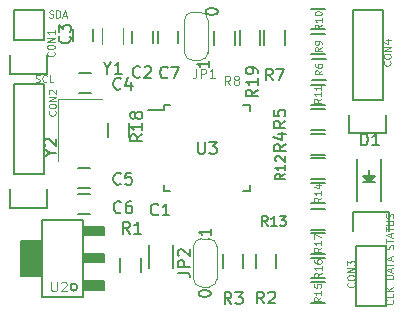
<source format=gbr>
G04 #@! TF.GenerationSoftware,KiCad,Pcbnew,6.0.0-rc1-unknown-1088786~66~ubuntu16.04.1*
G04 #@! TF.CreationDate,2018-12-29T10:22:54+01:00
G04 #@! TF.ProjectId,audi_concert1_chorus1_volume_fix,61756469-5f63-46f6-9e63-657274315f63,rev?*
G04 #@! TF.SameCoordinates,Original*
G04 #@! TF.FileFunction,Legend,Top*
G04 #@! TF.FilePolarity,Positive*
%FSLAX46Y46*%
G04 Gerber Fmt 4.6, Leading zero omitted, Abs format (unit mm)*
G04 Created by KiCad (PCBNEW 6.0.0-rc1-unknown-1088786~66~ubuntu16.04.1) date So 29. december 2018, 10:22:54 CET*
%MOMM*%
%LPD*%
G04 APERTURE LIST*
%ADD10C,0.100000*%
%ADD11C,0.150000*%
%ADD12C,0.120000*%
%ADD13C,0.127000*%
%ADD14C,0.125000*%
%ADD15C,0.200000*%
%ADD16C,0.076200*%
G04 APERTURE END LIST*
D10*
X196429285Y-118874742D02*
X196457857Y-118903314D01*
X196486428Y-118989028D01*
X196486428Y-119046171D01*
X196457857Y-119131885D01*
X196400714Y-119189028D01*
X196343571Y-119217600D01*
X196229285Y-119246171D01*
X196143571Y-119246171D01*
X196029285Y-119217600D01*
X195972142Y-119189028D01*
X195915000Y-119131885D01*
X195886428Y-119046171D01*
X195886428Y-118989028D01*
X195915000Y-118903314D01*
X195943571Y-118874742D01*
X196486428Y-118331885D02*
X196486428Y-118617600D01*
X195886428Y-118617600D01*
X196486428Y-118131885D02*
X195886428Y-118131885D01*
X196486428Y-117789028D02*
X196143571Y-118046171D01*
X195886428Y-117789028D02*
X196229285Y-118131885D01*
X196486428Y-117074742D02*
X195886428Y-117074742D01*
X195886428Y-116931885D01*
X195915000Y-116846171D01*
X195972142Y-116789028D01*
X196029285Y-116760457D01*
X196143571Y-116731885D01*
X196229285Y-116731885D01*
X196343571Y-116760457D01*
X196400714Y-116789028D01*
X196457857Y-116846171D01*
X196486428Y-116931885D01*
X196486428Y-117074742D01*
X196315000Y-116503314D02*
X196315000Y-116217600D01*
X196486428Y-116560457D02*
X195886428Y-116360457D01*
X196486428Y-116160457D01*
X195886428Y-116046171D02*
X195886428Y-115703314D01*
X196486428Y-115874742D02*
X195886428Y-115874742D01*
X196315000Y-115531885D02*
X196315000Y-115246171D01*
X196486428Y-115589028D02*
X195886428Y-115389028D01*
X196486428Y-115189028D01*
X196457857Y-114560457D02*
X196486428Y-114474742D01*
X196486428Y-114331885D01*
X196457857Y-114274742D01*
X196429285Y-114246171D01*
X196372142Y-114217600D01*
X196315000Y-114217600D01*
X196257857Y-114246171D01*
X196229285Y-114274742D01*
X196200714Y-114331885D01*
X196172142Y-114446171D01*
X196143571Y-114503314D01*
X196115000Y-114531885D01*
X196057857Y-114560457D01*
X196000714Y-114560457D01*
X195943571Y-114531885D01*
X195915000Y-114503314D01*
X195886428Y-114446171D01*
X195886428Y-114303314D01*
X195915000Y-114217600D01*
X195886428Y-114046171D02*
X195886428Y-113703314D01*
X196486428Y-113874742D02*
X195886428Y-113874742D01*
X196315000Y-113531885D02*
X196315000Y-113246171D01*
X196486428Y-113589028D02*
X195886428Y-113389028D01*
X196486428Y-113189028D01*
X195886428Y-113074742D02*
X195886428Y-112731885D01*
X196486428Y-112903314D02*
X195886428Y-112903314D01*
X195886428Y-112531885D02*
X196372142Y-112531885D01*
X196429285Y-112503314D01*
X196457857Y-112474742D01*
X196486428Y-112417600D01*
X196486428Y-112303314D01*
X196457857Y-112246171D01*
X196429285Y-112217600D01*
X196372142Y-112189028D01*
X195886428Y-112189028D01*
X196457857Y-111931885D02*
X196486428Y-111846171D01*
X196486428Y-111703314D01*
X196457857Y-111646171D01*
X196429285Y-111617600D01*
X196372142Y-111589028D01*
X196315000Y-111589028D01*
X196257857Y-111617600D01*
X196229285Y-111646171D01*
X196200714Y-111703314D01*
X196172142Y-111817600D01*
X196143571Y-111874742D01*
X196115000Y-111903314D01*
X196057857Y-111931885D01*
X196000714Y-111931885D01*
X195943571Y-111903314D01*
X195915000Y-111874742D01*
X195886428Y-111817600D01*
X195886428Y-111674742D01*
X195915000Y-111589028D01*
X167368628Y-94934057D02*
X167454342Y-94962628D01*
X167597200Y-94962628D01*
X167654342Y-94934057D01*
X167682914Y-94905485D01*
X167711485Y-94848342D01*
X167711485Y-94791200D01*
X167682914Y-94734057D01*
X167654342Y-94705485D01*
X167597200Y-94676914D01*
X167482914Y-94648342D01*
X167425771Y-94619771D01*
X167397200Y-94591200D01*
X167368628Y-94534057D01*
X167368628Y-94476914D01*
X167397200Y-94419771D01*
X167425771Y-94391200D01*
X167482914Y-94362628D01*
X167625771Y-94362628D01*
X167711485Y-94391200D01*
X167968628Y-94962628D02*
X167968628Y-94362628D01*
X168111485Y-94362628D01*
X168197200Y-94391200D01*
X168254342Y-94448342D01*
X168282914Y-94505485D01*
X168311485Y-94619771D01*
X168311485Y-94705485D01*
X168282914Y-94819771D01*
X168254342Y-94876914D01*
X168197200Y-94934057D01*
X168111485Y-94962628D01*
X167968628Y-94962628D01*
X168540057Y-94791200D02*
X168825771Y-94791200D01*
X168482914Y-94962628D02*
X168682914Y-94362628D01*
X168882914Y-94962628D01*
X166214514Y-100395057D02*
X166300228Y-100423628D01*
X166443085Y-100423628D01*
X166500228Y-100395057D01*
X166528800Y-100366485D01*
X166557371Y-100309342D01*
X166557371Y-100252200D01*
X166528800Y-100195057D01*
X166500228Y-100166485D01*
X166443085Y-100137914D01*
X166328800Y-100109342D01*
X166271657Y-100080771D01*
X166243085Y-100052200D01*
X166214514Y-99995057D01*
X166214514Y-99937914D01*
X166243085Y-99880771D01*
X166271657Y-99852200D01*
X166328800Y-99823628D01*
X166471657Y-99823628D01*
X166557371Y-99852200D01*
X167157371Y-100366485D02*
X167128800Y-100395057D01*
X167043085Y-100423628D01*
X166985942Y-100423628D01*
X166900228Y-100395057D01*
X166843085Y-100337914D01*
X166814514Y-100280771D01*
X166785942Y-100166485D01*
X166785942Y-100080771D01*
X166814514Y-99966485D01*
X166843085Y-99909342D01*
X166900228Y-99852200D01*
X166985942Y-99823628D01*
X167043085Y-99823628D01*
X167128800Y-99852200D01*
X167157371Y-99880771D01*
X167700228Y-100423628D02*
X167414514Y-100423628D01*
X167414514Y-99823628D01*
D11*
X189515200Y-108954600D02*
X190715200Y-108954600D01*
X190715200Y-110704600D02*
X189515200Y-110704600D01*
X177083300Y-102831900D02*
X175708300Y-102831900D01*
X184333300Y-102381900D02*
X183808300Y-102381900D01*
X184333300Y-109631900D02*
X183808300Y-109631900D01*
X177083300Y-109631900D02*
X177608300Y-109631900D01*
X177083300Y-102381900D02*
X177608300Y-102381900D01*
X177083300Y-109631900D02*
X177083300Y-109106900D01*
X184333300Y-109631900D02*
X184333300Y-109106900D01*
X184333300Y-102381900D02*
X184333300Y-102906900D01*
X177083300Y-102381900D02*
X177083300Y-102831900D01*
X195487000Y-110531800D02*
X195487000Y-106931800D01*
X193387000Y-110531800D02*
X193387000Y-106931800D01*
X194137000Y-108481800D02*
X194737000Y-108481800D01*
X194737000Y-108481800D02*
X194437000Y-108781800D01*
X194437000Y-108781800D02*
X194237000Y-108581800D01*
X194237000Y-108581800D02*
X194487000Y-108581800D01*
X194487000Y-108581800D02*
X194437000Y-108631800D01*
X193937000Y-108881800D02*
X194937000Y-108881800D01*
X194437000Y-108381800D02*
X194437000Y-107881800D01*
X194437000Y-108881800D02*
X193937000Y-108381800D01*
X193937000Y-108381800D02*
X194937000Y-108381800D01*
X194937000Y-108381800D02*
X194437000Y-108881800D01*
X177859800Y-116189000D02*
X177859800Y-114189000D01*
X175809800Y-114189000D02*
X175809800Y-116189000D01*
X175144400Y-115300200D02*
X175144400Y-116500200D01*
X173394400Y-116500200D02*
X173394400Y-115300200D01*
X186599800Y-114995400D02*
X186599800Y-116195400D01*
X184849800Y-116195400D02*
X184849800Y-114995400D01*
X182055800Y-116199200D02*
X182055800Y-114999200D01*
X183805800Y-114999200D02*
X183805800Y-116199200D01*
X189515200Y-104814400D02*
X190715200Y-104814400D01*
X190715200Y-106564400D02*
X189515200Y-106564400D01*
X189493600Y-102731600D02*
X190693600Y-102731600D01*
X190693600Y-104481600D02*
X189493600Y-104481600D01*
X190769800Y-100214400D02*
X189569800Y-100214400D01*
X189569800Y-98464400D02*
X190769800Y-98464400D01*
X187336400Y-96050800D02*
X187336400Y-97250800D01*
X185586400Y-97250800D02*
X185586400Y-96050800D01*
X181344600Y-97272400D02*
X181344600Y-96072400D01*
X183094600Y-96072400D02*
X183094600Y-97272400D01*
X189553280Y-96325720D02*
X190753280Y-96325720D01*
X190753280Y-98075720D02*
X189553280Y-98075720D01*
X189538040Y-94212440D02*
X190738040Y-94212440D01*
X190738040Y-95962440D02*
X189538040Y-95962440D01*
X190693600Y-102398800D02*
X189493600Y-102398800D01*
X189493600Y-100648800D02*
X190693600Y-100648800D01*
X174410000Y-96127000D02*
X174410000Y-97127000D01*
X176110000Y-97127000D02*
X176110000Y-96127000D01*
X169370640Y-95928880D02*
X169370640Y-96928880D01*
X171070640Y-96928880D02*
X171070640Y-95928880D01*
X170875900Y-99632400D02*
X169875900Y-99632400D01*
X169875900Y-101332400D02*
X170875900Y-101332400D01*
X170827000Y-107671500D02*
X169827000Y-107671500D01*
X169827000Y-109371500D02*
X170827000Y-109371500D01*
X169832400Y-111594000D02*
X170832400Y-111594000D01*
X170832400Y-109894000D02*
X169832400Y-109894000D01*
X176607100Y-96121600D02*
X176607100Y-97121600D01*
X178307100Y-97121600D02*
X178307100Y-96121600D01*
X164363400Y-96901000D02*
X164363400Y-94361000D01*
X164083400Y-99721000D02*
X164083400Y-98171000D01*
X164363400Y-96901000D02*
X166903400Y-96901000D01*
X167183400Y-98171000D02*
X167183400Y-99721000D01*
X167183400Y-99721000D02*
X164083400Y-99721000D01*
X166903400Y-96901000D02*
X166903400Y-94361000D01*
X166903400Y-94361000D02*
X164363400Y-94361000D01*
X166903400Y-108229400D02*
X166903400Y-100609400D01*
X164363400Y-108229400D02*
X164363400Y-100609400D01*
X164083400Y-111049400D02*
X164083400Y-109499400D01*
X166903400Y-100609400D02*
X164363400Y-100609400D01*
X164363400Y-108229400D02*
X166903400Y-108229400D01*
X167183400Y-109499400D02*
X167183400Y-111049400D01*
X167183400Y-111049400D02*
X164083400Y-111049400D01*
X193344800Y-114274600D02*
X193344800Y-119354600D01*
X193344800Y-119354600D02*
X195884800Y-119354600D01*
X195884800Y-119354600D02*
X195884800Y-114274600D01*
X196164800Y-111454600D02*
X196164800Y-113004600D01*
X195884800Y-114274600D02*
X193344800Y-114274600D01*
X193064800Y-113004600D02*
X193064800Y-111454600D01*
X193064800Y-111454600D02*
X196164800Y-111454600D01*
X195885400Y-104750200D02*
X192785400Y-104750200D01*
X195885400Y-103200200D02*
X195885400Y-104750200D01*
X193065400Y-101930200D02*
X195605400Y-101930200D01*
X195605400Y-94310200D02*
X193065400Y-94310200D01*
X192785400Y-104750200D02*
X192785400Y-103200200D01*
X193065400Y-101930200D02*
X193065400Y-94310200D01*
X195605400Y-101930200D02*
X195605400Y-94310200D01*
D12*
X180106600Y-94495400D02*
G75*
G02X180806600Y-95195400I0J-700000D01*
G01*
X178806600Y-95195400D02*
G75*
G02X179506600Y-94495400I700000J0D01*
G01*
X179506600Y-98595400D02*
G75*
G02X178806600Y-97895400I0J700000D01*
G01*
X180806600Y-97895400D02*
G75*
G02X180106600Y-98595400I-700000J0D01*
G01*
X180806600Y-95145400D02*
X180806600Y-97945400D01*
X180106600Y-98595400D02*
X179506600Y-98595400D01*
X178806600Y-97945400D02*
X178806600Y-95145400D01*
X179506600Y-94495400D02*
X180106600Y-94495400D01*
X180268600Y-117772400D02*
G75*
G02X179568600Y-117072400I0J700000D01*
G01*
X181568600Y-117072400D02*
G75*
G02X180868600Y-117772400I-700000J0D01*
G01*
X180868600Y-113672400D02*
G75*
G02X181568600Y-114372400I0J-700000D01*
G01*
X179568600Y-114372400D02*
G75*
G02X180268600Y-113672400I700000J0D01*
G01*
X179568600Y-117122400D02*
X179568600Y-114322400D01*
X180268600Y-113672400D02*
X180868600Y-113672400D01*
X181568600Y-114322400D02*
X181568600Y-117122400D01*
X180868600Y-117772400D02*
X180268600Y-117772400D01*
D11*
X189515200Y-106897200D02*
X190715200Y-106897200D01*
X190715200Y-108647200D02*
X189515200Y-108647200D01*
X189497400Y-111164400D02*
X190697400Y-111164400D01*
X190697400Y-112914400D02*
X189497400Y-112914400D01*
X189493600Y-117387400D02*
X190693600Y-117387400D01*
X190693600Y-119137400D02*
X189493600Y-119137400D01*
X190693600Y-117054600D02*
X189493600Y-117054600D01*
X189493600Y-115304600D02*
X190693600Y-115304600D01*
X189497400Y-113221800D02*
X190697400Y-113221800D01*
X190697400Y-114971800D02*
X189497400Y-114971800D01*
X174103000Y-103891800D02*
X174103000Y-105091800D01*
X172353000Y-105091800D02*
X172353000Y-103891800D01*
D12*
X173582300Y-95888500D02*
X173582300Y-97238500D01*
X171832300Y-95888500D02*
X171832300Y-97238500D01*
X168110800Y-101821200D02*
X168110800Y-107121200D01*
X171810800Y-101821200D02*
X168110800Y-101821200D01*
D11*
X183478200Y-97247000D02*
X183478200Y-96047000D01*
X185228200Y-96047000D02*
X185228200Y-97247000D01*
D13*
X165553600Y-114341400D02*
X166253600Y-114341400D01*
X166253600Y-114341400D02*
X166253600Y-116341400D01*
X166253600Y-116341400D02*
X165603600Y-116341400D01*
X165603600Y-116341400D02*
X165603600Y-114441400D01*
X165603600Y-114441400D02*
X166153600Y-114441400D01*
X166153600Y-114441400D02*
X166153600Y-116241400D01*
X166153600Y-116241400D02*
X165703600Y-116241400D01*
X165703600Y-116241400D02*
X165703600Y-114541400D01*
X165703600Y-114541400D02*
X166053600Y-114541400D01*
X166053600Y-114541400D02*
X166053600Y-116141400D01*
X166053600Y-116141400D02*
X165803600Y-116141400D01*
X165803600Y-116141400D02*
X165803600Y-114641400D01*
X165803600Y-114641400D02*
X165953600Y-114641400D01*
X165953600Y-114641400D02*
X165953600Y-116041400D01*
X165953600Y-116041400D02*
X165903600Y-116041400D01*
X165903600Y-116041400D02*
X165903600Y-114741400D01*
X165103600Y-116741400D02*
X165103600Y-113941400D01*
X165103600Y-113941400D02*
X166653600Y-113941400D01*
X166653600Y-113941400D02*
X166653600Y-116741400D01*
X166653600Y-116741400D02*
X165203600Y-116741400D01*
X165203600Y-116741400D02*
X165203600Y-114041400D01*
X165203600Y-114041400D02*
X166553600Y-114041400D01*
X166553600Y-114041400D02*
X166553600Y-116641400D01*
X166553600Y-116641400D02*
X165303600Y-116641400D01*
X165303600Y-116641400D02*
X165303600Y-114141400D01*
X165303600Y-114141400D02*
X166453600Y-114141400D01*
X166453600Y-114141400D02*
X166453600Y-116541400D01*
X166453600Y-116541400D02*
X165403600Y-116541400D01*
X165403600Y-116541400D02*
X165403600Y-114241400D01*
X165403600Y-114241400D02*
X166353600Y-114241400D01*
X166353600Y-114241400D02*
X166353600Y-116441400D01*
X166353600Y-116441400D02*
X165503600Y-116441400D01*
X165503600Y-116441400D02*
X165503600Y-114341400D01*
X170353600Y-113291400D02*
X170353600Y-112791400D01*
X170353600Y-112791400D02*
X171903600Y-112791400D01*
X171903600Y-112791400D02*
X171903600Y-113291400D01*
X171903600Y-113291400D02*
X170453600Y-113291400D01*
X170453600Y-113291400D02*
X170453600Y-112891400D01*
X170453600Y-112891400D02*
X171803600Y-112891400D01*
X171803600Y-112891400D02*
X171803600Y-113191400D01*
X171803600Y-113191400D02*
X170553600Y-113191400D01*
X170553600Y-113191400D02*
X170553600Y-112991400D01*
X170553600Y-112991400D02*
X171703600Y-112991400D01*
X171703600Y-112991400D02*
X171703600Y-113091400D01*
X171703600Y-113091400D02*
X170653600Y-113091400D01*
X170353600Y-115591400D02*
X170353600Y-115091400D01*
X170353600Y-115091400D02*
X171903600Y-115091400D01*
X171903600Y-115091400D02*
X171903600Y-115591400D01*
X171903600Y-115591400D02*
X170453600Y-115591400D01*
X170453600Y-115591400D02*
X170453600Y-115191400D01*
X170453600Y-115191400D02*
X171803600Y-115191400D01*
X171803600Y-115191400D02*
X171803600Y-115491400D01*
X171803600Y-115491400D02*
X170553600Y-115491400D01*
X170553600Y-115491400D02*
X170553600Y-115291400D01*
X170553600Y-115291400D02*
X171703600Y-115291400D01*
X171703600Y-115291400D02*
X171703600Y-115391400D01*
X171703600Y-115391400D02*
X170653600Y-115391400D01*
X170353600Y-117891400D02*
X170353600Y-117391400D01*
X170353600Y-117391400D02*
X171903600Y-117391400D01*
X171903600Y-117391400D02*
X171903600Y-117891400D01*
X171903600Y-117891400D02*
X170453600Y-117891400D01*
X170453600Y-117891400D02*
X170453600Y-117491400D01*
X170453600Y-117491400D02*
X171803600Y-117491400D01*
X171803600Y-117491400D02*
X171803600Y-117791400D01*
X171803600Y-117791400D02*
X170553600Y-117791400D01*
X170553600Y-117791400D02*
X170553600Y-117591400D01*
X170553600Y-117591400D02*
X171703600Y-117591400D01*
X171703600Y-117591400D02*
X171703600Y-117691400D01*
X171703600Y-117691400D02*
X170653600Y-117691400D01*
X172003600Y-117291400D02*
X170253600Y-117291400D01*
X172003600Y-117991400D02*
X172003600Y-117291400D01*
X170253600Y-117991400D02*
X172003600Y-117991400D01*
X172003600Y-112691400D02*
X170253600Y-112691400D01*
X172003600Y-113391400D02*
X172003600Y-112691400D01*
X170253600Y-113391400D02*
X172003600Y-113391400D01*
X170253600Y-115691400D02*
X172003600Y-115691400D01*
X172003600Y-115691400D02*
X172003600Y-114991400D01*
X172003600Y-114991400D02*
X170253600Y-114991400D01*
X166753600Y-113841400D02*
X165003600Y-113841400D01*
X165003600Y-113841400D02*
X165003600Y-116841400D01*
X165003600Y-116841400D02*
X166753600Y-116841400D01*
X169753600Y-117791400D02*
G75*
G03X169753600Y-117791400I-300000J0D01*
G01*
X166753600Y-118591400D02*
X166753600Y-112091400D01*
X166753600Y-112091400D02*
X170253600Y-112091400D01*
X170253600Y-112091400D02*
X170253600Y-118591400D01*
X170253600Y-118591400D02*
X166753600Y-118591400D01*
D10*
X190390428Y-110215314D02*
X190104714Y-110415314D01*
X190390428Y-110558171D02*
X189790428Y-110558171D01*
X189790428Y-110329600D01*
X189819000Y-110272457D01*
X189847571Y-110243885D01*
X189904714Y-110215314D01*
X189990428Y-110215314D01*
X190047571Y-110243885D01*
X190076142Y-110272457D01*
X190104714Y-110329600D01*
X190104714Y-110558171D01*
X190390428Y-109643885D02*
X190390428Y-109986742D01*
X190390428Y-109815314D02*
X189790428Y-109815314D01*
X189876142Y-109872457D01*
X189933285Y-109929600D01*
X189961857Y-109986742D01*
X189990428Y-109129600D02*
X190390428Y-109129600D01*
X189761857Y-109272457D02*
X190190428Y-109415314D01*
X190190428Y-109043885D01*
D11*
X179959095Y-105497380D02*
X179959095Y-106306904D01*
X180006714Y-106402142D01*
X180054333Y-106449761D01*
X180149571Y-106497380D01*
X180340047Y-106497380D01*
X180435285Y-106449761D01*
X180482904Y-106402142D01*
X180530523Y-106306904D01*
X180530523Y-105497380D01*
X180911476Y-105497380D02*
X181530523Y-105497380D01*
X181197190Y-105878333D01*
X181340047Y-105878333D01*
X181435285Y-105925952D01*
X181482904Y-105973571D01*
X181530523Y-106068809D01*
X181530523Y-106306904D01*
X181482904Y-106402142D01*
X181435285Y-106449761D01*
X181340047Y-106497380D01*
X181054333Y-106497380D01*
X180959095Y-106449761D01*
X180911476Y-106402142D01*
X193775104Y-105786180D02*
X193775104Y-104786180D01*
X194013200Y-104786180D01*
X194156057Y-104833800D01*
X194251295Y-104929038D01*
X194298914Y-105024276D01*
X194346533Y-105214752D01*
X194346533Y-105357609D01*
X194298914Y-105548085D01*
X194251295Y-105643323D01*
X194156057Y-105738561D01*
X194013200Y-105786180D01*
X193775104Y-105786180D01*
X195298914Y-105786180D02*
X194727485Y-105786180D01*
X195013200Y-105786180D02*
X195013200Y-104786180D01*
X194917961Y-104929038D01*
X194822723Y-105024276D01*
X194727485Y-105071895D01*
X176591933Y-111628442D02*
X176544314Y-111676061D01*
X176401457Y-111723680D01*
X176306219Y-111723680D01*
X176163361Y-111676061D01*
X176068123Y-111580823D01*
X176020504Y-111485585D01*
X175972885Y-111295109D01*
X175972885Y-111152252D01*
X176020504Y-110961776D01*
X176068123Y-110866538D01*
X176163361Y-110771300D01*
X176306219Y-110723680D01*
X176401457Y-110723680D01*
X176544314Y-110771300D01*
X176591933Y-110818919D01*
X177544314Y-111723680D02*
X176972885Y-111723680D01*
X177258600Y-111723680D02*
X177258600Y-110723680D01*
X177163361Y-110866538D01*
X177068123Y-110961776D01*
X176972885Y-111009395D01*
X174191633Y-113249980D02*
X173858300Y-112773790D01*
X173620204Y-113249980D02*
X173620204Y-112249980D01*
X174001157Y-112249980D01*
X174096395Y-112297600D01*
X174144014Y-112345219D01*
X174191633Y-112440457D01*
X174191633Y-112583314D01*
X174144014Y-112678552D01*
X174096395Y-112726171D01*
X174001157Y-112773790D01*
X173620204Y-112773790D01*
X175144014Y-113249980D02*
X174572585Y-113249980D01*
X174858300Y-113249980D02*
X174858300Y-112249980D01*
X174763061Y-112392838D01*
X174667823Y-112488076D01*
X174572585Y-112535695D01*
X185532733Y-119171980D02*
X185199400Y-118695790D01*
X184961304Y-119171980D02*
X184961304Y-118171980D01*
X185342257Y-118171980D01*
X185437495Y-118219600D01*
X185485114Y-118267219D01*
X185532733Y-118362457D01*
X185532733Y-118505314D01*
X185485114Y-118600552D01*
X185437495Y-118648171D01*
X185342257Y-118695790D01*
X184961304Y-118695790D01*
X185913685Y-118267219D02*
X185961304Y-118219600D01*
X186056542Y-118171980D01*
X186294638Y-118171980D01*
X186389876Y-118219600D01*
X186437495Y-118267219D01*
X186485114Y-118362457D01*
X186485114Y-118457695D01*
X186437495Y-118600552D01*
X185866066Y-119171980D01*
X186485114Y-119171980D01*
X182776833Y-119210080D02*
X182443500Y-118733890D01*
X182205404Y-119210080D02*
X182205404Y-118210080D01*
X182586357Y-118210080D01*
X182681595Y-118257700D01*
X182729214Y-118305319D01*
X182776833Y-118400557D01*
X182776833Y-118543414D01*
X182729214Y-118638652D01*
X182681595Y-118686271D01*
X182586357Y-118733890D01*
X182205404Y-118733890D01*
X183110166Y-118210080D02*
X183729214Y-118210080D01*
X183395880Y-118591033D01*
X183538738Y-118591033D01*
X183633976Y-118638652D01*
X183681595Y-118686271D01*
X183729214Y-118781509D01*
X183729214Y-119019604D01*
X183681595Y-119114842D01*
X183633976Y-119162461D01*
X183538738Y-119210080D01*
X183253023Y-119210080D01*
X183157785Y-119162461D01*
X183110166Y-119114842D01*
X187396380Y-105688426D02*
X186920190Y-106021760D01*
X187396380Y-106259855D02*
X186396380Y-106259855D01*
X186396380Y-105878902D01*
X186444000Y-105783664D01*
X186491619Y-105736045D01*
X186586857Y-105688426D01*
X186729714Y-105688426D01*
X186824952Y-105736045D01*
X186872571Y-105783664D01*
X186920190Y-105878902D01*
X186920190Y-106259855D01*
X186729714Y-104831283D02*
X187396380Y-104831283D01*
X186348761Y-105069379D02*
X187063047Y-105307474D01*
X187063047Y-104688426D01*
X187354460Y-103702146D02*
X186878270Y-104035480D01*
X187354460Y-104273575D02*
X186354460Y-104273575D01*
X186354460Y-103892622D01*
X186402080Y-103797384D01*
X186449699Y-103749765D01*
X186544937Y-103702146D01*
X186687794Y-103702146D01*
X186783032Y-103749765D01*
X186830651Y-103797384D01*
X186878270Y-103892622D01*
X186878270Y-104273575D01*
X186354460Y-102797384D02*
X186354460Y-103273575D01*
X186830651Y-103321194D01*
X186783032Y-103273575D01*
X186735413Y-103178337D01*
X186735413Y-102940241D01*
X186783032Y-102845003D01*
X186830651Y-102797384D01*
X186925889Y-102749765D01*
X187163984Y-102749765D01*
X187259222Y-102797384D01*
X187306841Y-102845003D01*
X187354460Y-102940241D01*
X187354460Y-103178337D01*
X187306841Y-103273575D01*
X187259222Y-103321194D01*
D10*
X190466628Y-99439400D02*
X190180914Y-99639400D01*
X190466628Y-99782257D02*
X189866628Y-99782257D01*
X189866628Y-99553685D01*
X189895200Y-99496542D01*
X189923771Y-99467971D01*
X189980914Y-99439400D01*
X190066628Y-99439400D01*
X190123771Y-99467971D01*
X190152342Y-99496542D01*
X190180914Y-99553685D01*
X190180914Y-99782257D01*
X189866628Y-98925114D02*
X189866628Y-99039400D01*
X189895200Y-99096542D01*
X189923771Y-99125114D01*
X190009485Y-99182257D01*
X190123771Y-99210828D01*
X190352342Y-99210828D01*
X190409485Y-99182257D01*
X190438057Y-99153685D01*
X190466628Y-99096542D01*
X190466628Y-98982257D01*
X190438057Y-98925114D01*
X190409485Y-98896542D01*
X190352342Y-98867971D01*
X190209485Y-98867971D01*
X190152342Y-98896542D01*
X190123771Y-98925114D01*
X190095200Y-98982257D01*
X190095200Y-99096542D01*
X190123771Y-99153685D01*
X190152342Y-99182257D01*
X190209485Y-99210828D01*
D11*
X186269333Y-100292140D02*
X185936000Y-99815950D01*
X185697904Y-100292140D02*
X185697904Y-99292140D01*
X186078857Y-99292140D01*
X186174095Y-99339760D01*
X186221714Y-99387379D01*
X186269333Y-99482617D01*
X186269333Y-99625474D01*
X186221714Y-99720712D01*
X186174095Y-99768331D01*
X186078857Y-99815950D01*
X185697904Y-99815950D01*
X186602666Y-99292140D02*
X187269333Y-99292140D01*
X186840761Y-100292140D01*
D14*
X182695866Y-100691904D02*
X182429200Y-100310952D01*
X182238723Y-100691904D02*
X182238723Y-99891904D01*
X182543485Y-99891904D01*
X182619676Y-99930000D01*
X182657771Y-99968095D01*
X182695866Y-100044285D01*
X182695866Y-100158571D01*
X182657771Y-100234761D01*
X182619676Y-100272857D01*
X182543485Y-100310952D01*
X182238723Y-100310952D01*
X183153009Y-100234761D02*
X183076819Y-100196666D01*
X183038723Y-100158571D01*
X183000628Y-100082380D01*
X183000628Y-100044285D01*
X183038723Y-99968095D01*
X183076819Y-99930000D01*
X183153009Y-99891904D01*
X183305390Y-99891904D01*
X183381580Y-99930000D01*
X183419676Y-99968095D01*
X183457771Y-100044285D01*
X183457771Y-100082380D01*
X183419676Y-100158571D01*
X183381580Y-100196666D01*
X183305390Y-100234761D01*
X183153009Y-100234761D01*
X183076819Y-100272857D01*
X183038723Y-100310952D01*
X183000628Y-100387142D01*
X183000628Y-100539523D01*
X183038723Y-100615714D01*
X183076819Y-100653809D01*
X183153009Y-100691904D01*
X183305390Y-100691904D01*
X183381580Y-100653809D01*
X183419676Y-100615714D01*
X183457771Y-100539523D01*
X183457771Y-100387142D01*
X183419676Y-100310952D01*
X183381580Y-100272857D01*
X183305390Y-100234761D01*
D10*
X190441228Y-97483600D02*
X190155514Y-97683600D01*
X190441228Y-97826457D02*
X189841228Y-97826457D01*
X189841228Y-97597885D01*
X189869800Y-97540742D01*
X189898371Y-97512171D01*
X189955514Y-97483600D01*
X190041228Y-97483600D01*
X190098371Y-97512171D01*
X190126942Y-97540742D01*
X190155514Y-97597885D01*
X190155514Y-97826457D01*
X190441228Y-97197885D02*
X190441228Y-97083600D01*
X190412657Y-97026457D01*
X190384085Y-96997885D01*
X190298371Y-96940742D01*
X190184085Y-96912171D01*
X189955514Y-96912171D01*
X189898371Y-96940742D01*
X189869800Y-96969314D01*
X189841228Y-97026457D01*
X189841228Y-97140742D01*
X189869800Y-97197885D01*
X189898371Y-97226457D01*
X189955514Y-97255028D01*
X190098371Y-97255028D01*
X190155514Y-97226457D01*
X190184085Y-97197885D01*
X190212657Y-97140742D01*
X190212657Y-97026457D01*
X190184085Y-96969314D01*
X190155514Y-96940742D01*
X190098371Y-96912171D01*
X190441228Y-95584914D02*
X190155514Y-95784914D01*
X190441228Y-95927771D02*
X189841228Y-95927771D01*
X189841228Y-95699200D01*
X189869800Y-95642057D01*
X189898371Y-95613485D01*
X189955514Y-95584914D01*
X190041228Y-95584914D01*
X190098371Y-95613485D01*
X190126942Y-95642057D01*
X190155514Y-95699200D01*
X190155514Y-95927771D01*
X190441228Y-95013485D02*
X190441228Y-95356342D01*
X190441228Y-95184914D02*
X189841228Y-95184914D01*
X189926942Y-95242057D01*
X189984085Y-95299200D01*
X190012657Y-95356342D01*
X189841228Y-94642057D02*
X189841228Y-94584914D01*
X189869800Y-94527771D01*
X189898371Y-94499200D01*
X189955514Y-94470628D01*
X190069800Y-94442057D01*
X190212657Y-94442057D01*
X190326942Y-94470628D01*
X190384085Y-94499200D01*
X190412657Y-94527771D01*
X190441228Y-94584914D01*
X190441228Y-94642057D01*
X190412657Y-94699200D01*
X190384085Y-94727771D01*
X190326942Y-94756342D01*
X190212657Y-94784914D01*
X190069800Y-94784914D01*
X189955514Y-94756342D01*
X189898371Y-94727771D01*
X189869800Y-94699200D01*
X189841228Y-94642057D01*
X190365028Y-101858714D02*
X190079314Y-102058714D01*
X190365028Y-102201571D02*
X189765028Y-102201571D01*
X189765028Y-101973000D01*
X189793600Y-101915857D01*
X189822171Y-101887285D01*
X189879314Y-101858714D01*
X189965028Y-101858714D01*
X190022171Y-101887285D01*
X190050742Y-101915857D01*
X190079314Y-101973000D01*
X190079314Y-102201571D01*
X190365028Y-101287285D02*
X190365028Y-101630142D01*
X190365028Y-101458714D02*
X189765028Y-101458714D01*
X189850742Y-101515857D01*
X189907885Y-101573000D01*
X189936457Y-101630142D01*
X190365028Y-100715857D02*
X190365028Y-101058714D01*
X190365028Y-100887285D02*
X189765028Y-100887285D01*
X189850742Y-100944428D01*
X189907885Y-101001571D01*
X189936457Y-101058714D01*
D11*
X175067933Y-99975942D02*
X175020314Y-100023561D01*
X174877457Y-100071180D01*
X174782219Y-100071180D01*
X174639361Y-100023561D01*
X174544123Y-99928323D01*
X174496504Y-99833085D01*
X174448885Y-99642609D01*
X174448885Y-99499752D01*
X174496504Y-99309276D01*
X174544123Y-99214038D01*
X174639361Y-99118800D01*
X174782219Y-99071180D01*
X174877457Y-99071180D01*
X175020314Y-99118800D01*
X175067933Y-99166419D01*
X175448885Y-99166419D02*
X175496504Y-99118800D01*
X175591742Y-99071180D01*
X175829838Y-99071180D01*
X175925076Y-99118800D01*
X175972695Y-99166419D01*
X176020314Y-99261657D01*
X176020314Y-99356895D01*
X175972695Y-99499752D01*
X175401266Y-100071180D01*
X176020314Y-100071180D01*
X169089342Y-96534266D02*
X169136961Y-96581885D01*
X169184580Y-96724742D01*
X169184580Y-96819980D01*
X169136961Y-96962838D01*
X169041723Y-97058076D01*
X168946485Y-97105695D01*
X168756009Y-97153314D01*
X168613152Y-97153314D01*
X168422676Y-97105695D01*
X168327438Y-97058076D01*
X168232200Y-96962838D01*
X168184580Y-96819980D01*
X168184580Y-96724742D01*
X168232200Y-96581885D01*
X168279819Y-96534266D01*
X168184580Y-96200933D02*
X168184580Y-95581885D01*
X168565533Y-95915219D01*
X168565533Y-95772361D01*
X168613152Y-95677123D01*
X168660771Y-95629504D01*
X168756009Y-95581885D01*
X168994104Y-95581885D01*
X169089342Y-95629504D01*
X169136961Y-95677123D01*
X169184580Y-95772361D01*
X169184580Y-96058076D01*
X169136961Y-96153314D01*
X169089342Y-96200933D01*
X173416933Y-100966542D02*
X173369314Y-101014161D01*
X173226457Y-101061780D01*
X173131219Y-101061780D01*
X172988361Y-101014161D01*
X172893123Y-100918923D01*
X172845504Y-100823685D01*
X172797885Y-100633209D01*
X172797885Y-100490352D01*
X172845504Y-100299876D01*
X172893123Y-100204638D01*
X172988361Y-100109400D01*
X173131219Y-100061780D01*
X173226457Y-100061780D01*
X173369314Y-100109400D01*
X173416933Y-100157019D01*
X174274076Y-100395114D02*
X174274076Y-101061780D01*
X174035980Y-100014161D02*
X173797885Y-100728447D01*
X174416933Y-100728447D01*
X173416933Y-109018342D02*
X173369314Y-109065961D01*
X173226457Y-109113580D01*
X173131219Y-109113580D01*
X172988361Y-109065961D01*
X172893123Y-108970723D01*
X172845504Y-108875485D01*
X172797885Y-108685009D01*
X172797885Y-108542152D01*
X172845504Y-108351676D01*
X172893123Y-108256438D01*
X172988361Y-108161200D01*
X173131219Y-108113580D01*
X173226457Y-108113580D01*
X173369314Y-108161200D01*
X173416933Y-108208819D01*
X174321695Y-108113580D02*
X173845504Y-108113580D01*
X173797885Y-108589771D01*
X173845504Y-108542152D01*
X173940742Y-108494533D01*
X174178838Y-108494533D01*
X174274076Y-108542152D01*
X174321695Y-108589771D01*
X174369314Y-108685009D01*
X174369314Y-108923104D01*
X174321695Y-109018342D01*
X174274076Y-109065961D01*
X174178838Y-109113580D01*
X173940742Y-109113580D01*
X173845504Y-109065961D01*
X173797885Y-109018342D01*
X173442333Y-111431342D02*
X173394714Y-111478961D01*
X173251857Y-111526580D01*
X173156619Y-111526580D01*
X173013761Y-111478961D01*
X172918523Y-111383723D01*
X172870904Y-111288485D01*
X172823285Y-111098009D01*
X172823285Y-110955152D01*
X172870904Y-110764676D01*
X172918523Y-110669438D01*
X173013761Y-110574200D01*
X173156619Y-110526580D01*
X173251857Y-110526580D01*
X173394714Y-110574200D01*
X173442333Y-110621819D01*
X174299476Y-110526580D02*
X174109000Y-110526580D01*
X174013761Y-110574200D01*
X173966142Y-110621819D01*
X173870904Y-110764676D01*
X173823285Y-110955152D01*
X173823285Y-111336104D01*
X173870904Y-111431342D01*
X173918523Y-111478961D01*
X174013761Y-111526580D01*
X174204238Y-111526580D01*
X174299476Y-111478961D01*
X174347095Y-111431342D01*
X174394714Y-111336104D01*
X174394714Y-111098009D01*
X174347095Y-111002771D01*
X174299476Y-110955152D01*
X174204238Y-110907533D01*
X174013761Y-110907533D01*
X173918523Y-110955152D01*
X173870904Y-111002771D01*
X173823285Y-111098009D01*
X177379333Y-100021342D02*
X177331714Y-100068961D01*
X177188857Y-100116580D01*
X177093619Y-100116580D01*
X176950761Y-100068961D01*
X176855523Y-99973723D01*
X176807904Y-99878485D01*
X176760285Y-99688009D01*
X176760285Y-99545152D01*
X176807904Y-99354676D01*
X176855523Y-99259438D01*
X176950761Y-99164200D01*
X177093619Y-99116580D01*
X177188857Y-99116580D01*
X177331714Y-99164200D01*
X177379333Y-99211819D01*
X177712666Y-99116580D02*
X178379333Y-99116580D01*
X177950761Y-100116580D01*
D10*
X167752685Y-97883571D02*
X167781257Y-97912142D01*
X167809828Y-97997857D01*
X167809828Y-98055000D01*
X167781257Y-98140714D01*
X167724114Y-98197857D01*
X167666971Y-98226428D01*
X167552685Y-98255000D01*
X167466971Y-98255000D01*
X167352685Y-98226428D01*
X167295542Y-98197857D01*
X167238400Y-98140714D01*
X167209828Y-98055000D01*
X167209828Y-97997857D01*
X167238400Y-97912142D01*
X167266971Y-97883571D01*
X167209828Y-97512142D02*
X167209828Y-97397857D01*
X167238400Y-97340714D01*
X167295542Y-97283571D01*
X167409828Y-97255000D01*
X167609828Y-97255000D01*
X167724114Y-97283571D01*
X167781257Y-97340714D01*
X167809828Y-97397857D01*
X167809828Y-97512142D01*
X167781257Y-97569285D01*
X167724114Y-97626428D01*
X167609828Y-97655000D01*
X167409828Y-97655000D01*
X167295542Y-97626428D01*
X167238400Y-97569285D01*
X167209828Y-97512142D01*
X167809828Y-96997857D02*
X167209828Y-96997857D01*
X167809828Y-96655000D01*
X167209828Y-96655000D01*
X167809828Y-96055000D02*
X167809828Y-96397857D01*
X167809828Y-96226428D02*
X167209828Y-96226428D01*
X167295542Y-96283571D01*
X167352685Y-96340714D01*
X167381257Y-96397857D01*
X167854285Y-102887371D02*
X167882857Y-102915942D01*
X167911428Y-103001657D01*
X167911428Y-103058800D01*
X167882857Y-103144514D01*
X167825714Y-103201657D01*
X167768571Y-103230228D01*
X167654285Y-103258800D01*
X167568571Y-103258800D01*
X167454285Y-103230228D01*
X167397142Y-103201657D01*
X167340000Y-103144514D01*
X167311428Y-103058800D01*
X167311428Y-103001657D01*
X167340000Y-102915942D01*
X167368571Y-102887371D01*
X167311428Y-102515942D02*
X167311428Y-102401657D01*
X167340000Y-102344514D01*
X167397142Y-102287371D01*
X167511428Y-102258800D01*
X167711428Y-102258800D01*
X167825714Y-102287371D01*
X167882857Y-102344514D01*
X167911428Y-102401657D01*
X167911428Y-102515942D01*
X167882857Y-102573085D01*
X167825714Y-102630228D01*
X167711428Y-102658800D01*
X167511428Y-102658800D01*
X167397142Y-102630228D01*
X167340000Y-102573085D01*
X167311428Y-102515942D01*
X167911428Y-102001657D02*
X167311428Y-102001657D01*
X167911428Y-101658800D01*
X167311428Y-101658800D01*
X167368571Y-101401657D02*
X167340000Y-101373085D01*
X167311428Y-101315942D01*
X167311428Y-101173085D01*
X167340000Y-101115942D01*
X167368571Y-101087371D01*
X167425714Y-101058800D01*
X167482857Y-101058800D01*
X167568571Y-101087371D01*
X167911428Y-101430228D01*
X167911428Y-101058800D01*
X193157765Y-117411091D02*
X193186337Y-117439662D01*
X193214908Y-117525377D01*
X193214908Y-117582520D01*
X193186337Y-117668234D01*
X193129194Y-117725377D01*
X193072051Y-117753948D01*
X192957765Y-117782520D01*
X192872051Y-117782520D01*
X192757765Y-117753948D01*
X192700622Y-117725377D01*
X192643480Y-117668234D01*
X192614908Y-117582520D01*
X192614908Y-117525377D01*
X192643480Y-117439662D01*
X192672051Y-117411091D01*
X192614908Y-117039662D02*
X192614908Y-116925377D01*
X192643480Y-116868234D01*
X192700622Y-116811091D01*
X192814908Y-116782520D01*
X193014908Y-116782520D01*
X193129194Y-116811091D01*
X193186337Y-116868234D01*
X193214908Y-116925377D01*
X193214908Y-117039662D01*
X193186337Y-117096805D01*
X193129194Y-117153948D01*
X193014908Y-117182520D01*
X192814908Y-117182520D01*
X192700622Y-117153948D01*
X192643480Y-117096805D01*
X192614908Y-117039662D01*
X193214908Y-116525377D02*
X192614908Y-116525377D01*
X193214908Y-116182520D01*
X192614908Y-116182520D01*
X192614908Y-115953948D02*
X192614908Y-115582520D01*
X192843480Y-115782520D01*
X192843480Y-115696805D01*
X192872051Y-115639662D01*
X192900622Y-115611091D01*
X192957765Y-115582520D01*
X193100622Y-115582520D01*
X193157765Y-115611091D01*
X193186337Y-115639662D01*
X193214908Y-115696805D01*
X193214908Y-115868234D01*
X193186337Y-115925377D01*
X193157765Y-115953948D01*
X196226085Y-98670971D02*
X196254657Y-98699542D01*
X196283228Y-98785257D01*
X196283228Y-98842400D01*
X196254657Y-98928114D01*
X196197514Y-98985257D01*
X196140371Y-99013828D01*
X196026085Y-99042400D01*
X195940371Y-99042400D01*
X195826085Y-99013828D01*
X195768942Y-98985257D01*
X195711800Y-98928114D01*
X195683228Y-98842400D01*
X195683228Y-98785257D01*
X195711800Y-98699542D01*
X195740371Y-98670971D01*
X195683228Y-98299542D02*
X195683228Y-98185257D01*
X195711800Y-98128114D01*
X195768942Y-98070971D01*
X195883228Y-98042400D01*
X196083228Y-98042400D01*
X196197514Y-98070971D01*
X196254657Y-98128114D01*
X196283228Y-98185257D01*
X196283228Y-98299542D01*
X196254657Y-98356685D01*
X196197514Y-98413828D01*
X196083228Y-98442400D01*
X195883228Y-98442400D01*
X195768942Y-98413828D01*
X195711800Y-98356685D01*
X195683228Y-98299542D01*
X196283228Y-97785257D02*
X195683228Y-97785257D01*
X196283228Y-97442400D01*
X195683228Y-97442400D01*
X195883228Y-96899542D02*
X196283228Y-96899542D01*
X195654657Y-97042400D02*
X196083228Y-97185257D01*
X196083228Y-96813828D01*
D14*
X179800333Y-99303104D02*
X179800333Y-99874533D01*
X179762238Y-99988819D01*
X179686047Y-100065009D01*
X179571761Y-100103104D01*
X179495571Y-100103104D01*
X180181285Y-100103104D02*
X180181285Y-99303104D01*
X180486047Y-99303104D01*
X180562238Y-99341200D01*
X180600333Y-99379295D01*
X180638428Y-99455485D01*
X180638428Y-99569771D01*
X180600333Y-99645961D01*
X180562238Y-99684057D01*
X180486047Y-99722152D01*
X180181285Y-99722152D01*
X181400333Y-100103104D02*
X180943190Y-100103104D01*
X181171761Y-100103104D02*
X181171761Y-99303104D01*
X181095571Y-99417390D01*
X181019380Y-99493580D01*
X180943190Y-99531676D01*
D11*
X180630580Y-94505619D02*
X180630580Y-94410380D01*
X180678200Y-94315142D01*
X180725819Y-94267523D01*
X180821057Y-94219904D01*
X181011533Y-94172285D01*
X181249628Y-94172285D01*
X181440104Y-94219904D01*
X181535342Y-94267523D01*
X181582961Y-94315142D01*
X181630580Y-94410380D01*
X181630580Y-94505619D01*
X181582961Y-94600857D01*
X181535342Y-94648476D01*
X181440104Y-94696095D01*
X181249628Y-94743714D01*
X181011533Y-94743714D01*
X180821057Y-94696095D01*
X180725819Y-94648476D01*
X180678200Y-94600857D01*
X180630580Y-94505619D01*
X180868580Y-98617285D02*
X180868580Y-99188714D01*
X180868580Y-98903000D02*
X179868580Y-98903000D01*
X180011438Y-98998238D01*
X180106676Y-99093476D01*
X180154295Y-99188714D01*
X178242980Y-116555733D02*
X178957266Y-116555733D01*
X179100123Y-116603352D01*
X179195361Y-116698590D01*
X179242980Y-116841447D01*
X179242980Y-116936685D01*
X179242980Y-116079542D02*
X178242980Y-116079542D01*
X178242980Y-115698590D01*
X178290600Y-115603352D01*
X178338219Y-115555733D01*
X178433457Y-115508114D01*
X178576314Y-115508114D01*
X178671552Y-115555733D01*
X178719171Y-115603352D01*
X178766790Y-115698590D01*
X178766790Y-116079542D01*
X178338219Y-115127161D02*
X178290600Y-115079542D01*
X178242980Y-114984304D01*
X178242980Y-114746209D01*
X178290600Y-114650971D01*
X178338219Y-114603352D01*
X178433457Y-114555733D01*
X178528695Y-114555733D01*
X178671552Y-114603352D01*
X179242980Y-115174780D01*
X179242980Y-114555733D01*
X180020980Y-118370019D02*
X180020980Y-118274780D01*
X180068600Y-118179542D01*
X180116219Y-118131923D01*
X180211457Y-118084304D01*
X180401933Y-118036685D01*
X180640028Y-118036685D01*
X180830504Y-118084304D01*
X180925742Y-118131923D01*
X180973361Y-118179542D01*
X181020980Y-118274780D01*
X181020980Y-118370019D01*
X180973361Y-118465257D01*
X180925742Y-118512876D01*
X180830504Y-118560495D01*
X180640028Y-118608114D01*
X180401933Y-118608114D01*
X180211457Y-118560495D01*
X180116219Y-118512876D01*
X180068600Y-118465257D01*
X180020980Y-118370019D01*
X181020980Y-112836685D02*
X181020980Y-113408114D01*
X181020980Y-113122400D02*
X180020980Y-113122400D01*
X180163838Y-113217638D01*
X180259076Y-113312876D01*
X180306695Y-113408114D01*
D15*
X187305904Y-108210285D02*
X186924952Y-108476952D01*
X187305904Y-108667428D02*
X186505904Y-108667428D01*
X186505904Y-108362666D01*
X186544000Y-108286476D01*
X186582095Y-108248380D01*
X186658285Y-108210285D01*
X186772571Y-108210285D01*
X186848761Y-108248380D01*
X186886857Y-108286476D01*
X186924952Y-108362666D01*
X186924952Y-108667428D01*
X187305904Y-107448380D02*
X187305904Y-107905523D01*
X187305904Y-107676952D02*
X186505904Y-107676952D01*
X186620190Y-107753142D01*
X186696380Y-107829333D01*
X186734476Y-107905523D01*
X186582095Y-107143619D02*
X186544000Y-107105523D01*
X186505904Y-107029333D01*
X186505904Y-106838857D01*
X186544000Y-106762666D01*
X186582095Y-106724571D01*
X186658285Y-106686476D01*
X186734476Y-106686476D01*
X186848761Y-106724571D01*
X187305904Y-107181714D01*
X187305904Y-106686476D01*
D11*
X185853114Y-112579104D02*
X185586447Y-112198152D01*
X185395971Y-112579104D02*
X185395971Y-111779104D01*
X185700733Y-111779104D01*
X185776923Y-111817200D01*
X185815019Y-111855295D01*
X185853114Y-111931485D01*
X185853114Y-112045771D01*
X185815019Y-112121961D01*
X185776923Y-112160057D01*
X185700733Y-112198152D01*
X185395971Y-112198152D01*
X186615019Y-112579104D02*
X186157876Y-112579104D01*
X186386447Y-112579104D02*
X186386447Y-111779104D01*
X186310257Y-111893390D01*
X186234066Y-111969580D01*
X186157876Y-112007676D01*
X186881685Y-111779104D02*
X187376923Y-111779104D01*
X187110257Y-112083866D01*
X187224542Y-112083866D01*
X187300733Y-112121961D01*
X187338828Y-112160057D01*
X187376923Y-112236247D01*
X187376923Y-112426723D01*
X187338828Y-112502914D01*
X187300733Y-112541009D01*
X187224542Y-112579104D01*
X186995971Y-112579104D01*
X186919780Y-112541009D01*
X186881685Y-112502914D01*
D10*
X190365028Y-118648114D02*
X190079314Y-118848114D01*
X190365028Y-118990971D02*
X189765028Y-118990971D01*
X189765028Y-118762400D01*
X189793600Y-118705257D01*
X189822171Y-118676685D01*
X189879314Y-118648114D01*
X189965028Y-118648114D01*
X190022171Y-118676685D01*
X190050742Y-118705257D01*
X190079314Y-118762400D01*
X190079314Y-118990971D01*
X190365028Y-118076685D02*
X190365028Y-118419542D01*
X190365028Y-118248114D02*
X189765028Y-118248114D01*
X189850742Y-118305257D01*
X189907885Y-118362400D01*
X189936457Y-118419542D01*
X189765028Y-117533828D02*
X189765028Y-117819542D01*
X190050742Y-117848114D01*
X190022171Y-117819542D01*
X189993600Y-117762400D01*
X189993600Y-117619542D01*
X190022171Y-117562400D01*
X190050742Y-117533828D01*
X190107885Y-117505257D01*
X190250742Y-117505257D01*
X190307885Y-117533828D01*
X190336457Y-117562400D01*
X190365028Y-117619542D01*
X190365028Y-117762400D01*
X190336457Y-117819542D01*
X190307885Y-117848114D01*
X190415828Y-116590714D02*
X190130114Y-116790714D01*
X190415828Y-116933571D02*
X189815828Y-116933571D01*
X189815828Y-116705000D01*
X189844400Y-116647857D01*
X189872971Y-116619285D01*
X189930114Y-116590714D01*
X190015828Y-116590714D01*
X190072971Y-116619285D01*
X190101542Y-116647857D01*
X190130114Y-116705000D01*
X190130114Y-116933571D01*
X190415828Y-116019285D02*
X190415828Y-116362142D01*
X190415828Y-116190714D02*
X189815828Y-116190714D01*
X189901542Y-116247857D01*
X189958685Y-116305000D01*
X189987257Y-116362142D01*
X189815828Y-115505000D02*
X189815828Y-115619285D01*
X189844400Y-115676428D01*
X189872971Y-115705000D01*
X189958685Y-115762142D01*
X190072971Y-115790714D01*
X190301542Y-115790714D01*
X190358685Y-115762142D01*
X190387257Y-115733571D01*
X190415828Y-115676428D01*
X190415828Y-115562142D01*
X190387257Y-115505000D01*
X190358685Y-115476428D01*
X190301542Y-115447857D01*
X190158685Y-115447857D01*
X190101542Y-115476428D01*
X190072971Y-115505000D01*
X190044400Y-115562142D01*
X190044400Y-115676428D01*
X190072971Y-115733571D01*
X190101542Y-115762142D01*
X190158685Y-115790714D01*
X190390428Y-114457114D02*
X190104714Y-114657114D01*
X190390428Y-114799971D02*
X189790428Y-114799971D01*
X189790428Y-114571400D01*
X189819000Y-114514257D01*
X189847571Y-114485685D01*
X189904714Y-114457114D01*
X189990428Y-114457114D01*
X190047571Y-114485685D01*
X190076142Y-114514257D01*
X190104714Y-114571400D01*
X190104714Y-114799971D01*
X190390428Y-113885685D02*
X190390428Y-114228542D01*
X190390428Y-114057114D02*
X189790428Y-114057114D01*
X189876142Y-114114257D01*
X189933285Y-114171400D01*
X189961857Y-114228542D01*
X189790428Y-113685685D02*
X189790428Y-113285685D01*
X190390428Y-113542828D01*
D11*
X175229780Y-104859057D02*
X174753590Y-105192390D01*
X175229780Y-105430485D02*
X174229780Y-105430485D01*
X174229780Y-105049533D01*
X174277400Y-104954295D01*
X174325019Y-104906676D01*
X174420257Y-104859057D01*
X174563114Y-104859057D01*
X174658352Y-104906676D01*
X174705971Y-104954295D01*
X174753590Y-105049533D01*
X174753590Y-105430485D01*
X175229780Y-103906676D02*
X175229780Y-104478104D01*
X175229780Y-104192390D02*
X174229780Y-104192390D01*
X174372638Y-104287628D01*
X174467876Y-104382866D01*
X174515495Y-104478104D01*
X174658352Y-103335247D02*
X174610733Y-103430485D01*
X174563114Y-103478104D01*
X174467876Y-103525723D01*
X174420257Y-103525723D01*
X174325019Y-103478104D01*
X174277400Y-103430485D01*
X174229780Y-103335247D01*
X174229780Y-103144771D01*
X174277400Y-103049533D01*
X174325019Y-103001914D01*
X174420257Y-102954295D01*
X174467876Y-102954295D01*
X174563114Y-103001914D01*
X174610733Y-103049533D01*
X174658352Y-103144771D01*
X174658352Y-103335247D01*
X174705971Y-103430485D01*
X174753590Y-103478104D01*
X174848828Y-103525723D01*
X175039304Y-103525723D01*
X175134542Y-103478104D01*
X175182161Y-103430485D01*
X175229780Y-103335247D01*
X175229780Y-103144771D01*
X175182161Y-103049533D01*
X175134542Y-103001914D01*
X175039304Y-102954295D01*
X174848828Y-102954295D01*
X174753590Y-103001914D01*
X174705971Y-103049533D01*
X174658352Y-103144771D01*
X172294609Y-99239390D02*
X172294609Y-99715580D01*
X171961276Y-98715580D02*
X172294609Y-99239390D01*
X172627942Y-98715580D01*
X173485085Y-99715580D02*
X172913657Y-99715580D01*
X173199371Y-99715580D02*
X173199371Y-98715580D01*
X173104133Y-98858438D01*
X173008895Y-98953676D01*
X172913657Y-99001295D01*
X167463790Y-106419590D02*
X167939980Y-106419590D01*
X166939980Y-106752923D02*
X167463790Y-106419590D01*
X166939980Y-106086257D01*
X167035219Y-105800542D02*
X166987600Y-105752923D01*
X166939980Y-105657685D01*
X166939980Y-105419590D01*
X166987600Y-105324352D01*
X167035219Y-105276733D01*
X167130457Y-105229114D01*
X167225695Y-105229114D01*
X167368552Y-105276733D01*
X167939980Y-105848161D01*
X167939980Y-105229114D01*
X185008780Y-101074457D02*
X184532590Y-101407790D01*
X185008780Y-101645885D02*
X184008780Y-101645885D01*
X184008780Y-101264933D01*
X184056400Y-101169695D01*
X184104019Y-101122076D01*
X184199257Y-101074457D01*
X184342114Y-101074457D01*
X184437352Y-101122076D01*
X184484971Y-101169695D01*
X184532590Y-101264933D01*
X184532590Y-101645885D01*
X185008780Y-100122076D02*
X185008780Y-100693504D01*
X185008780Y-100407790D02*
X184008780Y-100407790D01*
X184151638Y-100503028D01*
X184246876Y-100598266D01*
X184294495Y-100693504D01*
X185008780Y-99645885D02*
X185008780Y-99455409D01*
X184961161Y-99360171D01*
X184913542Y-99312552D01*
X184770685Y-99217314D01*
X184580209Y-99169695D01*
X184199257Y-99169695D01*
X184104019Y-99217314D01*
X184056400Y-99264933D01*
X184008780Y-99360171D01*
X184008780Y-99550647D01*
X184056400Y-99645885D01*
X184104019Y-99693504D01*
X184199257Y-99741123D01*
X184437352Y-99741123D01*
X184532590Y-99693504D01*
X184580209Y-99645885D01*
X184627828Y-99550647D01*
X184627828Y-99360171D01*
X184580209Y-99264933D01*
X184532590Y-99217314D01*
X184437352Y-99169695D01*
D16*
X167554123Y-117334695D02*
X167554123Y-117992676D01*
X167592828Y-118070085D01*
X167631533Y-118108790D01*
X167708942Y-118147495D01*
X167863761Y-118147495D01*
X167941171Y-118108790D01*
X167979876Y-118070085D01*
X168018580Y-117992676D01*
X168018580Y-117334695D01*
X168366923Y-117412104D02*
X168405628Y-117373400D01*
X168483038Y-117334695D01*
X168676561Y-117334695D01*
X168753971Y-117373400D01*
X168792676Y-117412104D01*
X168831380Y-117489514D01*
X168831380Y-117566923D01*
X168792676Y-117683038D01*
X168328219Y-118147495D01*
X168831380Y-118147495D01*
M02*

</source>
